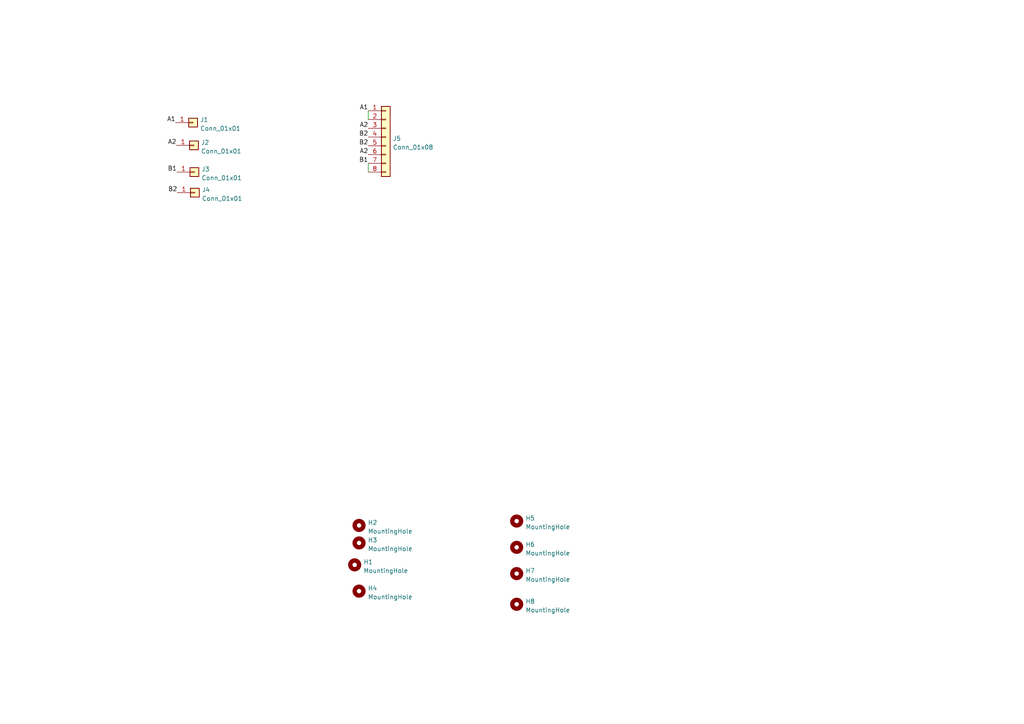
<source format=kicad_sch>
(kicad_sch (version 20231120) (generator "eeschema") (generator_version "8.0")
  (paper "A4")
  (lib_symbols
    (symbol "Connector_Generic:Conn_01x01" (pin_names (offset 1.016) hide)
      (property "Reference" "J" (at 0 2.54 0))
      (property "Value" "Conn_01x01" (at 0 -2.54 0))
      (symbol "Conn_01x01_1_1"
        (rectangle (start -1.27 0.127) (end 0 -0.127) (stroke (width 0.1524)))
        (rectangle (start -1.27 1.27) (end 1.27 -1.27) (stroke (width 0.254)) (fill (type background)))
        (pin passive line (at -5.08 0 0) (length 3.81) (name "Pin_1") (number "1"))
      )
    )
    (symbol "Connector_Generic:Conn_01x08" (pin_names (offset 1.016) hide)
      (property "Reference" "J" (at 0 10.16 0))
      (property "Value" "Conn_01x08" (at 0 -12.7 0))
      (symbol "Conn_01x08_1_1"
        (rectangle (start -1.27 -10.033) (end 0 -10.287) (stroke (width 0.1524)))
        (rectangle (start -1.27 -7.493) (end 0 -7.747) (stroke (width 0.1524)))
        (rectangle (start -1.27 -4.953) (end 0 -5.207) (stroke (width 0.1524)))
        (rectangle (start -1.27 -2.413) (end 0 -2.667) (stroke (width 0.1524)))
        (rectangle (start -1.27 0.127) (end 0 -0.127) (stroke (width 0.1524)))
        (rectangle (start -1.27 2.667) (end 0 2.413) (stroke (width 0.1524)))
        (rectangle (start -1.27 5.207) (end 0 4.953) (stroke (width 0.1524)))
        (rectangle (start -1.27 7.747) (end 0 7.493) (stroke (width 0.1524)))
        (rectangle (start -1.27 8.89) (end 1.27 -11.43) (stroke (width 0.254)) (fill (type background)))
        (pin passive line (at -5.08 7.62 0) (length 3.81) (name "Pin_1") (number "1"))
        (pin passive line (at -5.08 5.08 0) (length 3.81) (name "Pin_2") (number "2"))
        (pin passive line (at -5.08 2.54 0) (length 3.81) (name "Pin_3") (number "3"))
        (pin passive line (at -5.08 0 0) (length 3.81) (name "Pin_4") (number "4"))
        (pin passive line (at -5.08 -2.54 0) (length 3.81) (name "Pin_5") (number "5"))
        (pin passive line (at -5.08 -5.08 0) (length 3.81) (name "Pin_6") (number "6"))
        (pin passive line (at -5.08 -7.62 0) (length 3.81) (name "Pin_7") (number "7"))
        (pin passive line (at -5.08 -10.16 0) (length 3.81) (name "Pin_8") (number "8"))
      )
    )
    (symbol "Mechanical:MountingHole" (pin_names (offset 1.016))
      (property "Reference" "H" (at 0 5.08 0))
      (property "Value" "MountingHole" (at 0 3.175 0))
      (symbol "MountingHole_0_1"
        (circle (center 0 0) (radius 1.27) (stroke (width 1.27)))
      )
    )
  )
  (wire (pts (xy 106.807 32.131) (xy 106.807 34.671)))
  (wire (pts (xy 106.807 47.371) (xy 106.807 49.911)))
  (label "B2" (at 51.435 55.88 180))
  (label "B1" (at 106.807 47.371 180))
  (label "A1" (at 50.927 35.56 180))
  (label "A2" (at 106.807 37.211 180))
  (label "B1" (at 51.308 49.911 180))
  (label "A2" (at 51.181 42.164 180))
  (label "B2" (at 106.807 42.291 180))
  (label "A1" (at 106.807 32.131 180))
  (label "A2" (at 106.807 44.831 180))
  (label "B2" (at 106.807 39.751 180))
  (symbol (lib_id "Mechanical:MountingHole") (at 104.14 157.48 0) (unit 1)
    (property "Reference" "H3" (at 106.68 156.6453 0) (effects (justify left)))
    (property "Value" "MountingHole" (at 106.68 159.1822 0) (effects (justify left)))
    (property "Footprint" "MountingHole:MountingHole_2mm" (effects (hide yes)))
  )
  (symbol (lib_id "Connector_Generic:Conn_01x01") (at 56.388 49.911 0) (unit 1)
    (property "Reference" "J3" (at 58.42 49.0763 0) (effects (justify left)))
    (property "Value" "Conn_01x01" (at 58.42 51.6132 0) (effects (justify left)))
    (property "Footprint" "Connector_PinSocket_2.54mm:PinSocket_1x01_P2.54mm_Vertical" (effects (hide yes)))
  )
  (symbol (lib_id "Mechanical:MountingHole") (at 149.86 151.13 0) (unit 1)
    (property "Reference" "H5" (at 152.4 150.2953 0) (effects (justify left)))
    (property "Value" "MountingHole" (at 152.4 152.8322 0) (effects (justify left)))
    (property "Footprint" "MountingHole:MountingHole_3.2mm_M3" (effects (hide yes)))
  )
  (symbol (lib_id "Mechanical:MountingHole") (at 149.86 175.26 0) (unit 1)
    (property "Reference" "H8" (at 152.4 174.4253 0) (effects (justify left)))
    (property "Value" "MountingHole" (at 152.4 176.9622 0) (effects (justify left)))
    (property "Footprint" "MountingHole:MountingHole_3.2mm_M3" (effects (hide yes)))
  )
  (symbol (lib_id "Connector_Generic:Conn_01x01") (at 56.515 55.88 0) (unit 1)
    (property "Reference" "J4" (at 58.547 55.0453 0) (effects (justify left)))
    (property "Value" "Conn_01x01" (at 58.547 57.5822 0) (effects (justify left)))
    (property "Footprint" "Connector_PinSocket_2.54mm:PinSocket_1x01_P2.54mm_Vertical" (effects (hide yes)))
  )
  (symbol (lib_id "Mechanical:MountingHole") (at 102.87 163.83 0) (unit 1)
    (property "Reference" "H1" (at 105.41 162.9953 0) (effects (justify left)))
    (property "Value" "MountingHole" (at 105.41 165.5322 0) (effects (justify left)))
    (property "Footprint" "MountingHole:MountingHole_2mm" (effects (hide yes)))
  )
  (symbol (lib_id "Mechanical:MountingHole") (at 104.14 171.45 0) (unit 1)
    (property "Reference" "H4" (at 106.68 170.6153 0) (effects (justify left)))
    (property "Value" "MountingHole" (at 106.68 173.1522 0) (effects (justify left)))
    (property "Footprint" "MountingHole:MountingHole_2mm" (effects (hide yes)))
  )
  (symbol (lib_id "Mechanical:MountingHole") (at 149.86 166.37 0) (unit 1)
    (property "Reference" "H7" (at 152.4 165.5353 0) (effects (justify left)))
    (property "Value" "MountingHole" (at 152.4 168.0722 0) (effects (justify left)))
    (property "Footprint" "MountingHole:MountingHole_3.2mm_M3" (effects (hide yes)))
  )
  (symbol (lib_id "Connector_Generic:Conn_01x08") (at 111.887 39.751 0) (unit 1)
    (property "Reference" "J5" (at 113.919 40.1863 0) (effects (justify left)))
    (property "Value" "Conn_01x08" (at 113.919 42.7232 0) (effects (justify left)))
    (property "Footprint" "J8:avia8" (effects (hide yes)))
  )
  (symbol (lib_id "Connector_Generic:Conn_01x01") (at 56.007 35.56 0) (unit 1)
    (property "Reference" "J1" (at 58.039 34.7253 0) (effects (justify left)))
    (property "Value" "Conn_01x01" (at 58.039 37.2622 0) (effects (justify left)))
    (property "Footprint" "Connector_PinSocket_2.54mm:PinSocket_1x01_P2.54mm_Vertical" (effects (hide yes)))
  )
  (symbol (lib_id "Mechanical:MountingHole") (at 104.14 152.4 0) (unit 1)
    (property "Reference" "H2" (at 106.68 151.5653 0) (effects (justify left)))
    (property "Value" "MountingHole" (at 106.68 154.1022 0) (effects (justify left)))
    (property "Footprint" "MountingHole:MountingHole_2mm" (effects (hide yes)))
  )
  (symbol (lib_id "Mechanical:MountingHole") (at 149.86 158.75 0) (unit 1)
    (property "Reference" "H6" (at 152.4 157.9153 0) (effects (justify left)))
    (property "Value" "MountingHole" (at 152.4 160.4522 0) (effects (justify left)))
    (property "Footprint" "MountingHole:MountingHole_3.2mm_M3" (effects (hide yes)))
  )
  (symbol (lib_id "Connector_Generic:Conn_01x01") (at 56.261 42.164 0) (unit 1)
    (property "Reference" "J2" (at 58.293 41.3293 0) (effects (justify left)))
    (property "Value" "Conn_01x01" (at 58.293 43.8662 0) (effects (justify left)))
    (property "Footprint" "Connector_PinSocket_2.54mm:PinSocket_1x01_P2.54mm_Vertical" (effects (hide yes)))
  )
)
</source>
